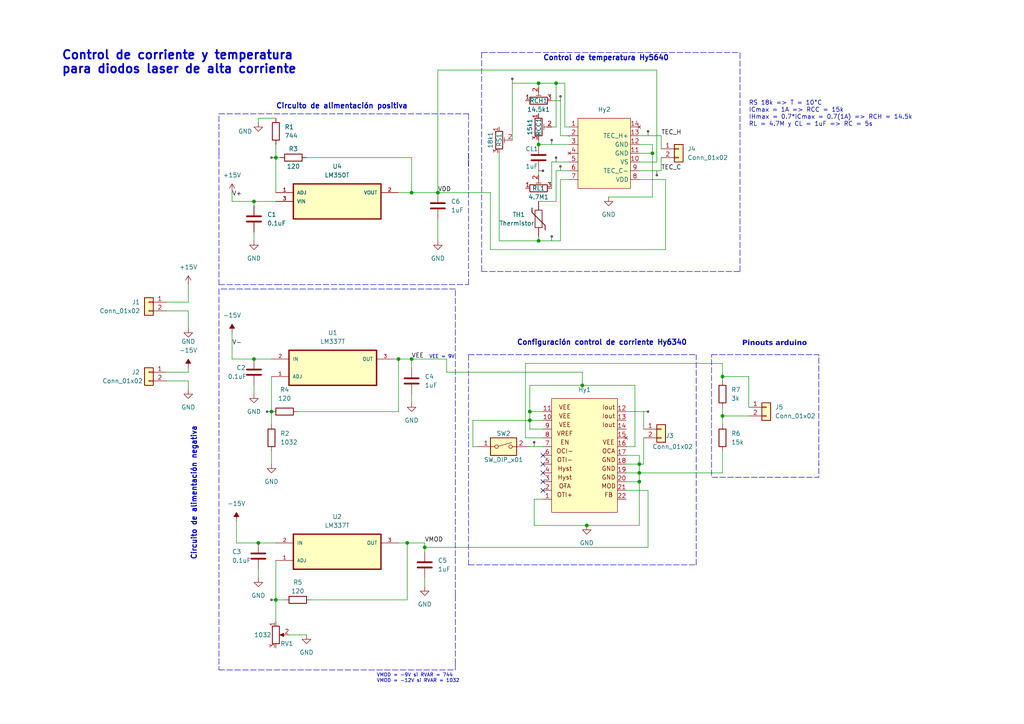
<source format=kicad_sch>
(kicad_sch (version 20230121) (generator eeschema)
  (paper "A4")
  (lib_symbols
    (symbol "Connector_Generic:Conn_01x02" (pin_names (offset 1.016) hide)
      (property "Reference" "J" (at 0 2.54 0))
      (property "Value" "Conn_01x02" (at 0 -5.08 0))
      (symbol "Conn_01x02_1_1"
        (rectangle (start -1.27 -2.413) (end 0 -2.667) (stroke (width 0.1524)))
        (rectangle (start -1.27 0.127) (end 0 -0.127) (stroke (width 0.1524)))
        (rectangle (start -1.27 1.27) (end 1.27 -3.81) (stroke (width 0.254)) (fill (type background)))
        (pin passive line (at -5.08 0 0) (length 3.81) (name "Pin_1") (number "1"))
        (pin passive line (at -5.08 -2.54 0) (length 3.81) (name "Pin_2") (number "2"))
      )
    )
    (symbol "Device:C" (pin_numbers hide) (pin_names (offset 0.254))
      (property "Reference" "C" (at 0.635 2.54 0))
      (property "Value" "C" (at 0.635 -2.54 0))
      (symbol "C_0_1"
        (polyline (pts (xy -2.032 -0.762) (xy 2.032 -0.762)) (stroke (width 0.508)))
        (polyline (pts (xy -2.032 0.762) (xy 2.032 0.762)) (stroke (width 0.508)))
      )
      (symbol "C_1_1"
        (pin passive line (at 0 3.81 270) (length 2.794) (name "~") (number "1"))
        (pin passive line (at 0 -3.81 90) (length 2.794) (name "~") (number "2"))
      )
    )
    (symbol "Device:R" (pin_numbers hide) (pin_names (offset 0))
      (property "Reference" "R" (at 2.032 0 90))
      (property "Value" "R" (at 0 0 90))
      (symbol "R_0_1"
        (rectangle (start -1.016 -2.54) (end 1.016 2.54) (stroke (width 0.254)))
      )
      (symbol "R_1_1"
        (pin passive line (at 0 3.81 270) (length 1.27) (name "~") (number "1"))
        (pin passive line (at 0 -3.81 90) (length 1.27) (name "~") (number "2"))
      )
    )
    (symbol "Device:R_Potentiometer" (pin_names (offset 1.016) hide)
      (property "Reference" "RV" (at -4.445 0 90))
      (property "Value" "R_Potentiometer" (at -2.54 0 90))
      (symbol "R_Potentiometer_0_1"
        (polyline (pts (xy 2.54 0) (xy 1.524 0)))
        (polyline (pts (xy 1.143 0) (xy 2.286 0.508) (xy 2.286 -0.508) (xy 1.143 0)) (fill (type outline)))
        (rectangle (start 1.016 2.54) (end -1.016 -2.54) (stroke (width 0.254)))
      )
      (symbol "R_Potentiometer_1_1"
        (pin passive line (at 0 3.81 270) (length 1.27) (name "1") (number "1"))
        (pin passive line (at 3.81 0 180) (length 1.27) (name "2") (number "2"))
        (pin passive line (at 0 -3.81 90) (length 1.27) (name "3") (number "3"))
      )
    )
    (symbol "Device:R_Potentiometer_Trim" (pin_names (offset 1.016) hide)
      (property "Reference" "RV" (at -4.445 0 90))
      (property "Value" "R_Potentiometer_Trim" (at -2.54 0 90))
      (symbol "R_Potentiometer_Trim_0_1"
        (polyline (pts (xy 1.524 0.762) (xy 1.524 -0.762)))
        (polyline (pts (xy 2.54 0) (xy 1.524 0)))
        (rectangle (start 1.016 2.54) (end -1.016 -2.54) (stroke (width 0.254)))
      )
      (symbol "R_Potentiometer_Trim_1_1"
        (pin passive line (at 0 3.81 270) (length 1.27) (name "1") (number "1"))
        (pin passive line (at 3.81 0 180) (length 1.27) (name "2") (number "2"))
        (pin passive line (at 0 -3.81 90) (length 1.27) (name "3") (number "3"))
      )
    )
    (symbol "Device:Thermistor" (pin_numbers hide) (pin_names (offset 0))
      (property "Reference" "TH" (at 2.54 1.27 90))
      (property "Value" "Thermistor" (at -2.54 0 90))
      (symbol "Thermistor_0_1"
        (rectangle (start -1.016 2.54) (end 1.016 -2.54) (stroke (width 0.2032)))
        (polyline (pts (xy -1.905 3.175) (xy -1.905 1.905) (xy 1.905 -1.905) (xy 1.905 -3.175) (xy 1.905 -3.175)) (stroke (width 0.254)))
      )
      (symbol "Thermistor_1_1"
        (pin passive line (at 0 5.08 270) (length 2.54) (name "~") (number "1"))
        (pin passive line (at 0 -5.08 90) (length 2.54) (name "~") (number "2"))
      )
    )
    (symbol "Hytek_Controllers:Hy5640"
      (property "Reference" "Hy5640" (at -2.54 10.16 0))
      (symbol "Hy5640_1_1"
        (rectangle (start -5.08 7.62) (end 10.16 -12.7) (fill (type background)))
        (pin input line (at -7.62 5.08 0) (length 2.54) (name "") (number "1"))
        (pin input line (at 12.7 -5.08 180) (length 2.54) (name "VS") (number "10"))
        (pin input line (at 12.7 -2.54 180) (length 2.54) (name "GND") (number "11"))
        (pin input line (at 12.7 0 180) (length 2.54) (name "GND") (number "12"))
        (pin bidirectional line (at 12.7 2.54 180) (length 2.54) (name "TEC_H+") (number "13"))
        (pin no_connect line (at 12.7 5.08 180) (length 2.54) (name "") (number "14"))
        (pin input line (at -7.62 2.54 0) (length 2.54) (name "") (number "2"))
        (pin input line (at -7.62 0 0) (length 2.54) (name "") (number "3"))
        (pin no_connect line (at -7.62 -2.54 0) (length 2.54) (name "") (number "4"))
        (pin input line (at -7.62 -5.08 0) (length 2.54) (name "") (number "5"))
        (pin input line (at -7.62 -7.62 0) (length 2.54) (name "") (number "6"))
        (pin input line (at -7.62 -10.16 0) (length 2.54) (name "") (number "7"))
        (pin input line (at 12.7 -10.16 180) (length 2.54) (name "VDD") (number "8"))
        (pin bidirectional line (at 12.7 -7.62 180) (length 2.54) (name "TEC_C-") (number "9"))
      )
    )
    (symbol "Hytek_Controllers:Hy6340" (pin_names (offset 50))
      (property "Reference" "Hy6340" (at 0 27.94 0))
      (symbol "Hy6340_1_1"
        (rectangle (start -3.81 25.4) (end 15.24 -7.62) (fill (type background)))
        (text "EN" (at 0 12.7 0) (effects (font (size 1.27 1.27))))
        (text "FB" (at 12.7 -2.54 0) (effects (font (size 1.27 1.27))))
        (text "GND" (at 12.7 2.54 0) (effects (font (size 1.27 1.27))))
        (text "GND" (at 12.7 5.08 0) (effects (font (size 1.27 1.27))))
        (text "GND" (at 12.7 7.62 0) (effects (font (size 1.27 1.27))))
        (text "Hyst" (at 0 2.54 0) (effects (font (size 1.27 1.27))))
        (text "Hyst" (at 0 5.08 0) (effects (font (size 1.27 1.27))))
        (text "Iout" (at 12.7 17.78 0) (effects (font (size 1.27 1.27))))
        (text "Iout" (at 12.7 20.32 0) (effects (font (size 1.27 1.27))))
        (text "Iout" (at 12.7 22.86 0) (effects (font (size 1.27 1.27))))
        (text "MOD" (at 12.7 0 0) (effects (font (size 1.27 1.27))))
        (text "OCA\n" (at 12.7 10.16 0) (effects (font (size 1.27 1.27))))
        (text "OCI-" (at 0 10.16 0) (effects (font (size 1.27 1.27))))
        (text "OTA" (at 0 0 0) (effects (font (size 1.27 1.27))))
        (text "OTI+" (at 0 -2.54 0) (effects (font (size 1.27 1.27))))
        (text "OTI-" (at 0 7.62 0) (effects (font (size 1.27 1.27))))
        (text "VEE" (at 0 17.78 0) (effects (font (size 1.27 1.27))))
        (text "VEE" (at 0 20.32 0) (effects (font (size 1.27 1.27))))
        (text "VEE" (at 0 22.86 0) (effects (font (size 1.27 1.27))))
        (text "VEE" (at 12.7 12.7 0) (effects (font (size 1.27 1.27))))
        (text "VREF" (at 0 15.24 0) (effects (font (size 1.27 1.27))))
        (pin input line (at -6.35 -3.81 0) (length 2.54) (name "") (number "1"))
        (pin input line (at -6.35 19.05 0) (length 2.54) (name "") (number "10"))
        (pin input line (at -6.35 21.59 0) (length 2.54) (name "") (number "11"))
        (pin output line (at 17.78 21.59 180) (length 2.54) (name "") (number "12"))
        (pin output line (at 17.78 19.05 180) (length 2.54) (name "") (number "13"))
        (pin output line (at 17.78 16.51 180) (length 2.54) (name "") (number "14"))
        (pin no_connect line (at 17.78 13.97 180) (length 2.54) (name "") (number "15"))
        (pin input line (at 17.78 11.43 180) (length 2.54) (name "") (number "16"))
        (pin output line (at 17.78 8.89 180) (length 2.54) (name "") (number "17"))
        (pin input line (at 17.78 6.35 180) (length 2.54) (name "") (number "18"))
        (pin input line (at 17.78 3.81 180) (length 2.54) (name "") (number "19"))
        (pin output line (at -6.35 -1.27 0) (length 2.54) (name "") (number "2"))
        (pin input line (at 17.78 1.27 180) (length 2.54) (name "") (number "20"))
        (pin input line (at 17.78 -1.27 180) (length 2.54) (name "") (number "21"))
        (pin input line (at 17.78 -3.81 180) (length 2.54) (name "") (number "22"))
        (pin input line (at -6.35 1.27 0) (length 2.54) (name "") (number "3"))
        (pin input line (at -6.35 3.81 0) (length 2.54) (name "") (number "4"))
        (pin input line (at -6.35 6.35 0) (length 2.54) (name "") (number "5"))
        (pin input line (at -6.35 8.89 0) (length 2.54) (name "") (number "6"))
        (pin input line (at -6.35 11.43 0) (length 2.54) (name "") (number "7"))
        (pin output line (at -6.35 13.97 0) (length 2.54) (name "") (number "8"))
        (pin input line (at -6.35 16.51 0) (length 2.54) (name "") (number "9"))
      )
    )
    (symbol "LM337T:LM337T" (pin_names (offset 1.016))
      (property "Reference" "U" (at -12.7 6.08 0))
      (property "Value" "LM337T" (at -12.7 -9.08 0))
      (symbol "LM337T_0_0"
        (rectangle (start -12.7 -5.08) (end 12.7 5.08) (stroke (width 0.41)) (fill (type background)))
        (pin bidirectional line (at -17.78 -2.54 0) (length 5.08) (name "ADJ") (number "1"))
        (pin input line (at -17.78 2.54 0) (length 5.08) (name "IN") (number "2"))
        (pin output line (at 17.78 2.54 180) (length 5.08) (name "OUT") (number "3"))
      )
    )
    (symbol "LM350T:LM350T" (pin_names (offset 1.016))
      (property "Reference" "U" (at -12.7 6.08 0))
      (property "Value" "LM350T" (at -12.7 -9.08 0))
      (symbol "LM350T_0_0"
        (rectangle (start -12.7 -5.08) (end 12.7 5.08) (stroke (width 0.41)) (fill (type background)))
        (pin input line (at -17.78 2.54 0) (length 5.08) (name "ADJ") (number "1"))
        (pin output line (at 17.78 2.54 180) (length 5.08) (name "VOUT") (number "2"))
        (pin input line (at -17.78 0 0) (length 5.08) (name "VIN") (number "3"))
      )
    )
    (symbol "Switch:SW_DIP_x01" (pin_names (offset 0) hide)
      (property "Reference" "SW" (at 0 3.81 0))
      (property "Value" "SW_DIP_x01" (at 0 -3.81 0))
      (symbol "SW_DIP_x01_0_0"
        (circle (center -2.032 0) (radius 0.508))
        (polyline (pts (xy -1.524 0.127) (xy 2.3622 1.1684)))
        (circle (center 2.032 0) (radius 0.508))
      )
      (symbol "SW_DIP_x01_0_1"
        (rectangle (start -3.81 2.54) (end 3.81 -2.54) (stroke (width 0.254)) (fill (type background)))
      )
      (symbol "SW_DIP_x01_1_1"
        (pin passive line (at -7.62 0 0) (length 5.08) (name "~") (number "1"))
        (pin passive line (at 7.62 0 180) (length 5.08) (name "~") (number "2"))
      )
    )
    (symbol "power:+15V" (power) (pin_names (offset 0))
      (property "Value" "+15V" (at 0 3.556 0))
      (symbol "+15V_0_1"
        (polyline (pts (xy -0.762 1.27) (xy 0 2.54)))
        (polyline (pts (xy 0 0) (xy 0 2.54)))
        (polyline (pts (xy 0 2.54) (xy 0.762 1.27)))
      )
      (symbol "+15V_1_1"
        (pin power_in line (at 0 0 90) (length 0) hide (name "+15V") (number "1"))
      )
    )
    (symbol "power:-15V" (power) (pin_names (offset 0))
      (property "Value" "-15V" (at 0 3.81 0))
      (symbol "-15V_0_0"
        (pin power_in line (at 0 0 90) (length 0) hide (name "-15V") (number "1"))
      )
      (symbol "-15V_0_1"
        (polyline (pts (xy 0 0) (xy 0 1.27) (xy 0.762 1.27) (xy 0 2.54) (xy -0.762 1.27) (xy 0 1.27)) (fill (type outline)))
      )
    )
    (symbol "power:GND" (power) (pin_names (offset 0))
      (property "Value" "GND" (at 0 -3.81 0))
      (symbol "GND_0_1"
        (polyline (pts (xy 0 0) (xy 0 -1.27) (xy 1.27 -1.27) (xy 0 -2.54) (xy -1.27 -1.27) (xy 0 -1.27)))
      )
      (symbol "GND_1_1"
        (pin power_in line (at 0 0 270) (length 0) hide (name "GND") (number "1"))
      )
    )
  )
  (junction (at 161.29 24.13))
  (junction (at 73.66 104.14))
  (junction (at 78.74 119.38))
  (junction (at 170.18 152.4))
  (junction (at 209.55 109.22))
  (junction (at 185.42 134.62))
  (junction (at 153.67 119.38))
  (junction (at 185.42 139.7))
  (junction (at 74.93 157.48))
  (junction (at 118.11 157.48))
  (junction (at 119.38 55.88))
  (junction (at 156.21 41.91))
  (junction (at 127 55.88))
  (junction (at 156.21 69.85))
  (junction (at 189.23 44.45))
  (junction (at 115.57 104.14))
  (junction (at 156.21 24.13))
  (junction (at 119.38 104.14))
  (junction (at 153.67 121.92))
  (junction (at 80.01 45.72))
  (junction (at 209.55 120.65))
  (junction (at 185.42 137.16))
  (junction (at 123.19 158.75))
  (junction (at 73.66 58.42))
  (junction (at 168.91 111.76))
  (junction (at 80.01 173.99))
  (no_connect (at 157.48 137.16))
  (no_connect (at 157.48 139.7))
  (no_connect (at 157.48 142.24))
  (no_connect (at 157.48 134.62))
  (no_connect (at 157.48 132.08))
  (wire (pts (xy 74.93 157.48) (xy 80.01 157.48)))
  (wire (pts (xy 186.69 127) (xy 186.69 134.62)))
  (wire (pts (xy 162.56 29.21) (xy 160.02 29.21)))
  (wire (pts (xy 162.56 69.85) (xy 156.21 69.85)))
  (wire (pts (xy 123.19 157.48) (xy 123.19 158.75)))
  (wire (pts (xy 142.24 55.88) (xy 142.24 72.39)))
  (wire (pts (xy 209.55 105.41) (xy 209.55 109.22)))
  (polyline (pts (xy 135.89 102.87) (xy 135.89 163.83)) (stroke (width 0) (type dash)))
  (wire (pts (xy 165.1 52.07) (xy 162.56 52.07)))
  (wire (pts (xy 88.9 45.72) (xy 119.38 45.72)))
  (wire (pts (xy 181.61 129.54) (xy 184.15 129.54)))
  (wire (pts (xy 187.96 142.24) (xy 181.61 142.24)))
  (wire (pts (xy 123.19 158.75) (xy 123.19 160.02)))
  (wire (pts (xy 189.23 44.45) (xy 189.23 41.91)))
  (wire (pts (xy 127 55.88) (xy 142.24 55.88)))
  (wire (pts (xy 73.66 111.76) (xy 73.66 114.3)))
  (wire (pts (xy 115.57 55.88) (xy 119.38 55.88)))
  (wire (pts (xy 165.1 39.37) (xy 162.56 39.37)))
  (wire (pts (xy 152.4 105.41) (xy 209.55 105.41)))
  (wire (pts (xy 153.67 121.92) (xy 157.48 121.92)))
  (wire (pts (xy 161.29 36.83) (xy 160.02 36.83)))
  (wire (pts (xy 144.78 69.85) (xy 156.21 69.85)))
  (wire (pts (xy 168.91 107.95) (xy 129.54 107.95)))
  (wire (pts (xy 127 63.5) (xy 127 69.85)))
  (wire (pts (xy 161.29 49.53) (xy 161.29 58.42)))
  (wire (pts (xy 156.21 24.13) (xy 156.21 25.4)))
  (wire (pts (xy 187.96 158.75) (xy 187.96 142.24)))
  (wire (pts (xy 153.67 124.46) (xy 153.67 121.92)))
  (wire (pts (xy 165.1 46.99) (xy 160.02 46.99)))
  (wire (pts (xy 54.61 110.49) (xy 54.61 113.03)))
  (wire (pts (xy 185.42 152.4) (xy 185.42 139.7)))
  (wire (pts (xy 152.4 127) (xy 152.4 105.41)))
  (polyline (pts (xy 63.5 33.02) (xy 135.89 33.02)) (stroke (width 0) (type dash)))
  (wire (pts (xy 156.21 69.85) (xy 156.21 68.58)))
  (wire (pts (xy 162.56 52.07) (xy 162.56 69.85)))
  (wire (pts (xy 209.55 120.65) (xy 209.55 123.19)))
  (wire (pts (xy 80.01 173.99) (xy 82.55 173.99)))
  (wire (pts (xy 127 20.32) (xy 127 55.88)))
  (wire (pts (xy 185.42 44.45) (xy 189.23 44.45)))
  (wire (pts (xy 156.21 49.53) (xy 156.21 50.8)))
  (wire (pts (xy 119.38 104.14) (xy 119.38 106.68)))
  (polyline (pts (xy 132.08 172.72) (xy 132.08 191.77)) (stroke (width 0) (type dash)))
  (wire (pts (xy 54.61 107.95) (xy 54.61 106.68)))
  (wire (pts (xy 209.55 137.16) (xy 185.42 137.16)))
  (polyline (pts (xy 214.63 78.74) (xy 214.63 15.24)) (stroke (width 0) (type dash)))
  (polyline (pts (xy 63.5 82.55) (xy 80.01 82.55)) (stroke (width 0) (type dash)))
  (wire (pts (xy 157.48 127) (xy 152.4 127)))
  (wire (pts (xy 54.61 87.63) (xy 54.61 82.55)))
  (wire (pts (xy 161.29 24.13) (xy 156.21 24.13)))
  (wire (pts (xy 157.48 144.78) (xy 154.94 144.78)))
  (wire (pts (xy 156.21 40.64) (xy 156.21 41.91)))
  (wire (pts (xy 153.67 121.92) (xy 153.67 119.38)))
  (wire (pts (xy 217.17 118.11) (xy 217.17 109.22)))
  (wire (pts (xy 193.04 72.39) (xy 193.04 52.07)))
  (wire (pts (xy 165.1 36.83) (xy 163.83 36.83)))
  (polyline (pts (xy 135.89 33.02) (xy 135.89 44.45)) (stroke (width 0) (type dash)))
  (polyline (pts (xy 132.08 83.82) (xy 63.5 83.82)) (stroke (width 0) (type dash)))
  (wire (pts (xy 185.42 39.37) (xy 191.77 39.37)))
  (wire (pts (xy 156.21 58.42) (xy 161.29 58.42)))
  (wire (pts (xy 162.56 39.37) (xy 162.56 29.21)))
  (wire (pts (xy 123.19 167.64) (xy 123.19 170.18)))
  (wire (pts (xy 78.74 130.81) (xy 78.74 134.62)))
  (wire (pts (xy 160.02 46.99) (xy 160.02 54.61)))
  (wire (pts (xy 73.66 58.42) (xy 80.01 58.42)))
  (polyline (pts (xy 139.7 15.24) (xy 146.05 15.24)) (stroke (width 0) (type dash)))
  (wire (pts (xy 119.38 55.88) (xy 127 55.88)))
  (wire (pts (xy 148.59 24.13) (xy 148.59 40.64)))
  (wire (pts (xy 80.01 41.91) (xy 80.01 45.72)))
  (wire (pts (xy 163.83 24.13) (xy 161.29 24.13)))
  (wire (pts (xy 209.55 109.22) (xy 209.55 110.49)))
  (wire (pts (xy 170.18 152.4) (xy 185.42 152.4)))
  (wire (pts (xy 168.91 111.76) (xy 153.67 111.76)))
  (wire (pts (xy 115.57 104.14) (xy 119.38 104.14)))
  (wire (pts (xy 67.31 55.88) (xy 67.31 58.42)))
  (wire (pts (xy 184.15 111.76) (xy 168.91 111.76)))
  (wire (pts (xy 48.26 110.49) (xy 54.61 110.49)))
  (wire (pts (xy 153.67 129.54) (xy 157.48 129.54)))
  (wire (pts (xy 48.26 90.17) (xy 54.61 90.17)))
  (wire (pts (xy 67.31 96.52) (xy 67.31 104.14)))
  (wire (pts (xy 181.61 137.16) (xy 185.42 137.16)))
  (wire (pts (xy 185.42 134.62) (xy 185.42 137.16)))
  (wire (pts (xy 168.91 107.95) (xy 168.91 111.76)))
  (wire (pts (xy 161.29 24.13) (xy 161.29 36.83)))
  (wire (pts (xy 48.26 107.95) (xy 54.61 107.95)))
  (wire (pts (xy 86.36 119.38) (xy 115.57 119.38)))
  (wire (pts (xy 193.04 52.07) (xy 185.42 52.07)))
  (wire (pts (xy 74.93 34.29) (xy 74.93 35.56)))
  (wire (pts (xy 189.23 57.15) (xy 189.23 44.45)))
  (wire (pts (xy 186.69 119.38) (xy 181.61 119.38)))
  (wire (pts (xy 154.94 144.78) (xy 154.94 152.4)))
  (wire (pts (xy 80.01 162.56) (xy 80.01 173.99)))
  (wire (pts (xy 73.66 104.14) (xy 78.74 104.14)))
  (wire (pts (xy 115.57 104.14) (xy 115.57 119.38)))
  (wire (pts (xy 190.5 46.99) (xy 185.42 46.99)))
  (wire (pts (xy 114.3 104.14) (xy 115.57 104.14)))
  (polyline (pts (xy 132.08 191.77) (xy 132.08 194.31)))
  (wire (pts (xy 181.61 132.08) (xy 185.42 132.08)))
  (wire (pts (xy 80.01 34.29) (xy 74.93 34.29)))
  (wire (pts (xy 123.19 158.75) (xy 187.96 158.75)))
  (polyline (pts (xy 80.01 82.55) (xy 135.89 82.55)) (stroke (width 0) (type dash)))
  (wire (pts (xy 68.58 157.48) (xy 74.93 157.48)))
  (wire (pts (xy 156.21 41.91) (xy 165.1 41.91)))
  (wire (pts (xy 191.77 39.37) (xy 191.77 43.18)))
  (wire (pts (xy 80.01 173.99) (xy 80.01 180.34)))
  (wire (pts (xy 153.67 111.76) (xy 153.67 119.38)))
  (wire (pts (xy 137.16 129.54) (xy 137.16 121.92)))
  (wire (pts (xy 119.38 114.3) (xy 119.38 116.84)))
  (wire (pts (xy 54.61 90.17) (xy 54.61 95.25)))
  (wire (pts (xy 185.42 49.53) (xy 191.77 49.53)))
  (polyline (pts (xy 63.5 104.14) (xy 63.5 194.31)) (stroke (width 0) (type dash)))
  (wire (pts (xy 115.57 157.48) (xy 118.11 157.48)))
  (wire (pts (xy 73.66 58.42) (xy 73.66 59.69)))
  (polyline (pts (xy 63.5 194.31) (xy 132.08 194.31)) (stroke (width 0) (type dash)))
  (wire (pts (xy 67.31 58.42) (xy 73.66 58.42)))
  (polyline (pts (xy 135.89 82.55) (xy 135.89 44.45)) (stroke (width 0) (type dash)))
  (wire (pts (xy 217.17 109.22) (xy 209.55 109.22)))
  (wire (pts (xy 118.11 157.48) (xy 123.19 157.48)))
  (wire (pts (xy 154.94 152.4) (xy 170.18 152.4)))
  (polyline (pts (xy 135.89 44.45) (xy 135.89 48.26)))
  (wire (pts (xy 209.55 130.81) (xy 209.55 137.16)))
  (polyline (pts (xy 135.89 163.83) (xy 201.93 163.83)) (stroke (width 0) (type dash)))
  (wire (pts (xy 163.83 36.83) (xy 163.83 24.13)))
  (wire (pts (xy 74.93 165.1) (xy 74.93 167.64)))
  (wire (pts (xy 156.21 24.13) (xy 148.59 24.13)))
  (wire (pts (xy 119.38 45.72) (xy 119.38 55.88)))
  (wire (pts (xy 190.5 20.32) (xy 190.5 46.99)))
  (wire (pts (xy 142.24 72.39) (xy 193.04 72.39)))
  (wire (pts (xy 78.74 119.38) (xy 78.74 123.19)))
  (wire (pts (xy 90.17 173.99) (xy 118.11 173.99)))
  (wire (pts (xy 138.43 129.54) (xy 137.16 129.54)))
  (wire (pts (xy 185.42 132.08) (xy 185.42 134.62)))
  (wire (pts (xy 209.55 120.65) (xy 217.17 120.65)))
  (wire (pts (xy 209.55 118.11) (xy 209.55 120.65)))
  (wire (pts (xy 184.15 129.54) (xy 184.15 111.76)))
  (wire (pts (xy 181.61 134.62) (xy 185.42 134.62)))
  (wire (pts (xy 186.69 134.62) (xy 185.42 134.62)))
  (wire (pts (xy 80.01 45.72) (xy 81.28 45.72)))
  (polyline (pts (xy 201.93 163.83) (xy 201.93 102.87)) (stroke (width 0) (type dash)))
  (wire (pts (xy 129.54 104.14) (xy 119.38 104.14)))
  (wire (pts (xy 185.42 139.7) (xy 185.42 137.16)))
  (wire (pts (xy 67.31 104.14) (xy 73.66 104.14)))
  (wire (pts (xy 68.58 151.13) (xy 68.58 157.48)))
  (wire (pts (xy 191.77 49.53) (xy 191.77 45.72)))
  (polyline (pts (xy 132.08 172.72) (xy 132.08 83.82)) (stroke (width 0) (type dash)))
  (wire (pts (xy 157.48 124.46) (xy 153.67 124.46)))
  (wire (pts (xy 144.78 44.45) (xy 144.78 69.85)))
  (wire (pts (xy 186.69 124.46) (xy 186.69 119.38)))
  (wire (pts (xy 127 20.32) (xy 190.5 20.32)))
  (polyline (pts (xy 139.7 15.24) (xy 139.7 78.74)) (stroke (width 0) (type dash)))
  (polyline (pts (xy 63.5 83.82) (xy 63.5 104.14)) (stroke (width 0) (type dash)))
  (wire (pts (xy 80.01 55.88) (xy 80.01 45.72)))
  (wire (pts (xy 153.67 119.38) (xy 157.48 119.38)))
  (polyline (pts (xy 139.7 78.74) (xy 214.63 78.74)) (stroke (width 0) (type dash)))
  (wire (pts (xy 165.1 49.53) (xy 161.29 49.53)))
  (wire (pts (xy 181.61 139.7) (xy 185.42 139.7)))
  (wire (pts (xy 129.54 107.95) (xy 129.54 104.14)))
  (wire (pts (xy 73.66 67.31) (xy 73.66 69.85)))
  (wire (pts (xy 118.11 173.99) (xy 118.11 157.48)))
  (polyline (pts (xy 135.89 102.87) (xy 201.93 102.87)) (stroke (width 0) (type dash)))
  (wire (pts (xy 189.23 41.91) (xy 185.42 41.91)))
  (polyline (pts (xy 63.5 44.45) (xy 63.5 82.55)) (stroke (width 0) (type dash)))
  (wire (pts (xy 78.74 109.22) (xy 78.74 119.38)))
  (wire (pts (xy 83.82 184.15) (xy 88.9 184.15)))
  (polyline (pts (xy 146.05 15.24) (xy 214.63 15.24)) (stroke (width 0) (type dash)))
  (wire (pts (xy 137.16 121.92) (xy 153.67 121.92)))
  (wire (pts (xy 176.53 57.15) (xy 189.23 57.15)))
  (polyline (pts (xy 63.5 44.45) (xy 63.5 33.02)) (stroke (width 0) (type dash)))
  (wire (pts (xy 48.26 87.63) (xy 54.61 87.63)))
  (rectangle (start 206.375 102.87) (end 237.49 138.43) (stroke (width 0) (type dash)))
  (text "VMOD = -9V si RVAR = 744\nVMOD = -12V si RVAR = 1032" (at 109.22 198.12 0) (effects (font (size 1 1)) (justify left bottom)))
  (text "Control de corriente y temperatura \npara diodos laser de alta corriente" (at 17.78 21.59 0) (effects (font (size 2.5 2.5) (thickness 0.5) bold) (justify left bottom)))
  (text "Circuito de alimentación positiva" (at 80.01 31.75 0) (effects (font (size 1.5 1.5) (thickness 0.3) bold) (justify left bottom)))
  (text "Circuito de alimentación negativa" (at 57.15 162.56 90) (effects (font (size 1.5 1.5) (thickness 0.3) bold) (justify left bottom)))
  (text "RS 18k => T = 10°C\nICmax = 1A => RCC = 15k\nIHmax = 0.7*ICmax = 0.7(1A) => RCH = 14.5k\nRL = 4.7M y CL = 1uF => RC = 5s" (at 217.17 36.83 0) (effects (font (size 1.27 1.27)) (justify left bottom)))
  (text "VEE = 9V\n" (at 124.46 104.14 0) (effects (font (size 1 1)) (justify left bottom)))
  (text "Control de temperatura Hy5640" (at 157.48 17.78 0) (effects (font (size 1.5 1.5) (thickness 0.3) bold) (justify left bottom)))
  (text "Pinouts arduino" (at 215.265 100.965 0) (effects (font (size 1.5 1.5) (thickness 0.254) bold) (justify left bottom)))
  (text "Configuración control de corriente Hy6340" (at 149.86 100.33 0) (effects (font (size 1.5 1.5) (thickness 0.3) bold) (justify left bottom)))
  (label "VDD" (at 127 55.88 0))
  (label "VEE" (at 119.38 104.14 0))
  (label "V+" (at 67.31 57.15 0))
  (label "TEC_C" (at 191.77 49.53 0))
  (label "VMOD" (at 123.19 157.48 0))
  (label "V-" (at 67.31 100.33 0))
  (label "TEC_H" (at 191.77 39.37 0))
  (netclass_flag "" (length 1.27) (shape dot) (at 78.74 119.38 90) (property "Netclass" "signal" (effects hide)))
  (netclass_flag "" (length 1.27) (shape dot) (at 156.21 49.53 270) (property "Netclass" "signal" (effects hide)))
  (netclass_flag "" (length 1.27) (shape dot) (at 154.94 129.54 0) (property "Netclass" "signal" (effects hide)))
  (netclass_flag "" (length 1.27) (shape dot) (at 160.02 41.91 0) (property "Netclass" "signal" (effects hide)))
  (netclass_flag "" (length 1.27) (shape dot) (at 80.01 45.72 90) (property "Netclass" "signal" (effects hide)))
  (netclass_flag "" (length 1.27) (shape dot) (at 161.29 46.99 0) (property "Netclass" "signal" (effects hide)))
  (netclass_flag "" (length 1.27) (shape dot) (at 187.96 39.37 0) (property "Netclass" "signal" (effects hide)))
  (netclass_flag "" (length 1.27) (shape dot) (at 186.69 119.38 270) (property "Netclass" "signal" (effects hide)))
  (netclass_flag "" (length 1.27) (shape dot) (at 80.01 173.99 90) (property "Netclass" "signal" (effects hide)))
  (netclass_flag "" (length 1.27) (shape dot) (at 162.56 49.53 0) (property "Netclass" "signal" (effects hide)))
  (netclass_flag "" (length 1.27) (shape dot) (at 160.02 69.85 0) (property "Netclass" "signal" (effects hide)))
  (netclass_flag "" (length 1.27) (shape dot) (at 190.5 49.53 180) (property "Netclass" "signal" (effects hide)))
  (netclass_flag "" (length 1.27) (shape dot) (at 162.56 29.21 0) (property "Netclass" "signal" (effects hide)))
  (netclass_flag "" (length 1.27) (shape dot) (at 148.59 24.13 0) (property "Netclass" "signal" (effects hide)))
  (symbol (lib_id "power:GND") (at 88.9 184.15 0) (unit 1)
    (property "Reference" "#PWR010" (effects hide))
    (property "Value" "GND" (at 88.9 189.23 0))
  )
  (symbol (lib_id "Device:Thermistor") (at 156.21 63.5 0) (unit 1)
    (property "Reference" "TH1" (at 148.59 62.23 0) (effects (justify left)))
    (property "Value" "Thermistor" (at 144.78 64.77 0) (effects (justify left)))
    (property "Footprint" "Resistor_SMD:R_0805_2012Metric_Pad1.20x1.40mm_HandSolder" (effects hide))
  )
  (symbol (lib_id "Device:C") (at 73.66 107.95 0) (unit 1)
    (property "Reference" "C2" (at 68.58 106.68 0) (effects (justify left)))
    (property "Value" "0.1uF" (at 66.04 109.22 0) (effects (justify left)))
    (property "Footprint" "Capacitor_THT:C_Axial_L3.8mm_D2.6mm_P7.50mm_Horizontal" (effects hide))
  )
  (symbol (lib_id "Device:R_Potentiometer_Trim") (at 156.21 36.83 0) (unit 1)
    (property "Reference" "RCC1" (at 156.21 36.83 90))
    (property "Value" "15k1" (at 153.67 36.83 90))
    (property "Footprint" "Potentiometer_THT:Potentiometer_Bourns_3296W_Vertical" (effects hide))
  )
  (symbol (lib_id "Device:C") (at 127 59.69 0) (unit 1)
    (property "Reference" "C6" (at 130.81 58.42 0) (effects (justify left)))
    (property "Value" "1uF" (at 130.81 60.96 0) (effects (justify left)))
    (property "Footprint" "Capacitor_THT:C_Axial_L3.8mm_D2.6mm_P7.50mm_Horizontal" (effects hide))
  )
  (symbol (lib_id "power:GND") (at 73.66 114.3 0) (unit 1)
    (property "Reference" "#PWR08" (effects hide))
    (property "Value" "GND" (at 73.66 119.38 0))
  )
  (symbol (lib_id "power:GND") (at 74.93 35.56 0) (unit 1)
    (property "Reference" "#PWR011" (effects hide))
    (property "Value" "GND" (at 71.12 38.1 0))
  )
  (symbol (lib_id "power:GND") (at 54.61 113.03 0) (unit 1)
    (property "Reference" "#PWR018" (effects hide))
    (property "Value" "GND" (at 54.61 118.11 0))
  )
  (symbol (lib_id "Device:R_Potentiometer_Trim") (at 156.21 54.61 90) (unit 1)
    (property "Reference" "RL1" (at 156.21 54.61 90))
    (property "Value" "4.7M1" (at 156.21 57.15 90))
    (property "Footprint" "Potentiometer_THT:Potentiometer_Bourns_3296W_Vertical" (effects hide))
  )
  (symbol (lib_id "Device:R_Potentiometer") (at 80.01 184.15 0) (unit 1)
    (property "Reference" "RV1" (at 85.09 186.69 0) (effects (justify right)))
    (property "Value" "1032" (at 78.74 184.15 0) (effects (justify right)))
    (property "Footprint" "Potentiometer_THT:Potentiometer_Bourns_3296W_Vertical" (effects hide))
  )
  (symbol (lib_id "Connector_Generic:Conn_01x02") (at 43.18 87.63 0) (mirror y) (unit 1)
    (property "Reference" "J1" (at 40.64 87.63 0) (effects (justify left)))
    (property "Value" "Conn_01x02" (at 40.64 90.17 0) (effects (justify left)))
    (property "Footprint" "Connector:JWT_A3963_1x02_P3.96mm_Vertical" (effects hide))
  )
  (symbol (lib_id "Device:C") (at 156.21 45.72 0) (unit 1)
    (property "Reference" "CL1" (at 152.4 43.18 0) (effects (justify left)))
    (property "Value" "1uF" (at 152.4 48.26 0) (effects (justify left)))
    (property "Footprint" "Capacitor_THT:C_Axial_L3.8mm_D2.6mm_P7.50mm_Horizontal" (effects hide))
  )
  (symbol (lib_id "power:+15V") (at 54.61 82.55 0) (unit 1)
    (property "Reference" "#PWR01" (effects hide))
    (property "Value" "+15V" (at 54.61 77.47 0))
  )
  (symbol (lib_id "Device:R_Potentiometer_Trim") (at 144.78 40.64 0) (unit 1)
    (property "Reference" "RS1" (at 144.78 40.64 90))
    (property "Value" "18k1" (at 142.24 40.64 90))
    (property "Footprint" "Potentiometer_THT:Potentiometer_Bourns_3296W_Vertical" (effects hide))
  )
  (symbol (lib_id "Hytek_Controllers:Hy5640") (at 172.72 41.91 0) (unit 1)
    (property "Reference" "Hy2" (at 175.26 31.75 0))
    (property "Value" "~" (at 165.1 39.37 0))
    (property "Footprint" "Hytek_Controllers:Hy5640" (effects hide))
  )
  (symbol (lib_id "power:GND") (at 73.66 69.85 0) (unit 1)
    (property "Reference" "#PWR07" (effects hide))
    (property "Value" "GND" (at 73.66 74.93 0))
  )
  (symbol (lib_id "Device:R") (at 80.01 38.1 0) (unit 1)
    (property "Reference" "R1" (at 82.55 36.83 0) (effects (justify left)))
    (property "Value" "744" (at 82.55 39.37 0) (effects (justify left)))
    (property "Footprint" "Resistor_THT:R_Axial_DIN0207_L6.3mm_D2.5mm_P15.24mm_Horizontal" (effects hide))
  )
  (symbol (lib_id "power:GND") (at 54.61 95.25 0) (unit 1)
    (property "Reference" "#PWR02" (effects hide))
    (property "Value" "GND" (at 54.61 99.06 0))
  )
  (symbol (lib_id "power:-15V") (at 67.31 96.52 0) (unit 1)
    (property "Reference" "#PWR05" (effects hide))
    (property "Value" "-15V" (at 67.31 91.44 0))
  )
  (symbol (lib_id "Device:C") (at 119.38 110.49 0) (unit 1)
    (property "Reference" "C4" (at 123.19 109.22 0) (effects (justify left)))
    (property "Value" "1uF" (at 123.19 111.76 0) (effects (justify left)))
    (property "Footprint" "Capacitor_THT:C_Axial_L3.8mm_D2.6mm_P7.50mm_Horizontal" (effects hide))
  )
  (symbol (lib_id "LM350T:LM350T") (at 97.79 58.42 0) (unit 1)
    (property "Reference" "U4" (at 97.79 48.26 0))
    (property "Value" "LM350T" (at 97.79 50.8 0))
    (property "Footprint" "TerminalBlock_MetzConnect:TerminalBlock_MetzConnect_Type094_RT03503HBLU_1x03_P5.00mm_Horizontal" (effects hide))
    (property "MF" "onsemi" (effects hide))
    (property "Description" "\nLinear Voltage Regulator IC Positive Adjustable 1 Output 3A TO-220-3\n" (effects hide))
    (property "Package" "None" (effects hide))
    (property "Price" "None" (effects hide))
    (property "SnapEDA_Link" "https://www.snapeda.com/parts/LM350T/Onsemi/view-part/?ref=snap" (effects hide))
    (property "MP" "LM350T" (effects hide))
    (property "Purchase-URL" "https://www.snapeda.com/api/url_track_click_mouser/?unipart_id=6592442&manufacturer=onsemi&part_name=LM350T&search_term=None" (effects hide))
    (property "Availability" "In Stock" (effects hide))
    (property "Check_prices" "https://www.snapeda.com/parts/LM350T/Onsemi/view-part/?ref=eda" (effects hide))
  )
  (symbol (lib_id "LM337T:LM337T") (at 96.52 106.68 0) (unit 1)
    (property "Reference" "U1" (at 96.52 96.52 0))
    (property "Value" "LM337T" (at 96.52 99.06 0))
    (property "Footprint" "TerminalBlock_Philmore:TerminalBlock_Philmore_TB133_1x03_P5.00mm_Horizontal" (effects hide))
    (property "MF" "onsemi" (effects hide))
    (property "Description" "\nLinear Voltage Regulator IC Negative Adjustable 1 Output 1.5A TO-220-3\n" (effects hide))
    (property "Package" "None" (effects hide))
    (property "Price" "None" (effects hide))
    (property "SnapEDA_Link" "https://www.snapeda.com/parts/LM337T/Onsemi/view-part/?ref=snap" (effects hide))
    (property "MP" "LM337T" (effects hide))
    (property "Purchase-URL" "https://www.snapeda.com/api/url_track_click_mouser/?unipart_id=6597085&manufacturer=onsemi&part_name=LM337T&search_term=lm337" (effects hide))
    (property "Availability" "In Stock" (effects hide))
    (property "Check_prices" "https://www.snapeda.com/parts/LM337T/Onsemi/view-part/?ref=eda" (effects hide))
  )
  (symbol (lib_id "Device:R") (at 85.09 45.72 90) (unit 1)
    (property "Reference" "R3" (at 85.09 43.18 90))
    (property "Value" "120" (at 85.09 48.26 90))
    (property "Footprint" "Resistor_THT:R_Axial_DIN0207_L6.3mm_D2.5mm_P15.24mm_Horizontal" (effects hide))
  )
  (symbol (lib_id "power:GND") (at 176.53 57.15 0) (unit 1)
    (property "Reference" "#PWR017" (effects hide))
    (property "Value" "GND" (at 176.53 62.23 0))
  )
  (symbol (lib_id "power:GND") (at 123.19 170.18 0) (unit 1)
    (property "Reference" "#PWR014" (effects hide))
    (property "Value" "GND" (at 123.19 175.26 0))
  )
  (symbol (lib_id "power:-15V") (at 54.61 106.68 0) (unit 1)
    (property "Reference" "#PWR03" (effects hide))
    (property "Value" "-15V" (at 54.61 101.6 0))
  )
  (symbol (lib_id "Device:R") (at 86.36 173.99 90) (unit 1)
    (property "Reference" "R5" (at 86.36 168.91 90))
    (property "Value" "120" (at 86.36 171.45 90))
    (property "Footprint" "Resistor_THT:R_Axial_DIN0207_L6.3mm_D2.5mm_P15.24mm_Horizontal" (effects hide))
  )
  (symbol (lib_id "Switch:SW_DIP_x01") (at 146.05 129.54 0) (unit 1)
    (property "Reference" "SW2" (at 146.05 125.73 0))
    (property "Value" "SW_DIP_x01" (at 146.05 133.35 0))
    (property "Footprint" "Button_Switch_THT:SW_DIP_SPSTx01_Slide_6.7x4.1mm_W7.62mm_P2.54mm_LowProfile" (effects hide))
  )
  (symbol (lib_id "power:GND") (at 78.74 134.62 0) (unit 1)
    (property "Reference" "#PWR012" (effects hide))
    (property "Value" "GND" (at 78.74 139.7 0))
  )
  (symbol (lib_id "Connector_Generic:Conn_01x02") (at 43.18 107.95 0) (mirror y) (unit 1)
    (property "Reference" "J2" (at 39.37 107.95 0))
    (property "Value" "Conn_01x02" (at 35.56 110.49 0))
    (property "Footprint" "Connector:JWT_A3963_1x02_P3.96mm_Vertical" (effects hide))
  )
  (symbol (lib_id "Device:C") (at 73.66 63.5 0) (unit 1)
    (property "Reference" "C1" (at 77.47 62.23 0) (effects (justify left)))
    (property "Value" "0.1uF" (at 77.47 64.77 0) (effects (justify left)))
    (property "Footprint" "Capacitor_THT:C_Axial_L3.8mm_D2.6mm_P7.50mm_Horizontal" (effects hide))
  )
  (symbol (lib_id "Device:R") (at 78.74 127 0) (unit 1)
    (property "Reference" "R2" (at 81.28 125.73 0) (effects (justify left)))
    (property "Value" "1032" (at 81.28 128.27 0) (effects (justify left)))
    (property "Footprint" "Resistor_THT:R_Axial_DIN0207_L6.3mm_D2.5mm_P15.24mm_Horizontal" (effects hide))
  )
  (symbol (lib_id "power:-15V") (at 68.58 151.13 0) (unit 1)
    (property "Reference" "#PWR06" (effects hide))
    (property "Value" "-15V" (at 68.58 146.05 0))
  )
  (symbol (lib_id "Device:R") (at 82.55 119.38 90) (unit 1)
    (property "Reference" "R4" (at 82.55 113.03 90))
    (property "Value" "120" (at 82.55 115.57 90))
    (property "Footprint" "Resistor_THT:R_Axial_DIN0207_L6.3mm_D2.5mm_P15.24mm_Horizontal" (effects hide))
  )
  (symbol (lib_id "Connector_Generic:Conn_01x02") (at 222.25 118.11 0) (unit 1)
    (property "Reference" "J5" (at 224.79 118.11 0) (effects (justify left)))
    (property "Value" "Conn_01x02" (at 224.79 120.65 0) (effects (justify left)))
    (property "Footprint" "Connector:JWT_A3963_1x02_P3.96mm_Vertical" (effects hide))
  )
  (symbol (lib_id "Device:C") (at 74.93 161.29 0) (unit 1)
    (property "Reference" "C3" (at 67.31 160.02 0) (effects (justify left)))
    (property "Value" "0.1uF" (at 67.31 162.56 0) (effects (justify left)))
    (property "Footprint" "Capacitor_THT:C_Axial_L3.8mm_D2.6mm_P7.50mm_Horizontal" (effects hide))
  )
  (symbol (lib_id "Connector_Generic:Conn_01x02") (at 196.85 43.18 0) (unit 1)
    (property "Reference" "J4" (at 199.39 43.18 0) (effects (justify left)))
    (property "Value" "Conn_01x02" (at 199.39 45.72 0) (effects (justify left)))
    (property "Footprint" "Connector:JWT_A3963_1x02_P3.96mm_Vertical" (effects hide))
  )
  (symbol (lib_id "LM337T:LM337T") (at 97.79 160.02 0) (unit 1)
    (property "Reference" "U2" (at 97.79 149.86 0))
    (property "Value" "LM337T" (at 97.79 152.4 0))
    (property "Footprint" "TerminalBlock_Philmore:TerminalBlock_Philmore_TB133_1x03_P5.00mm_Horizontal" (effects hide))
    (property "MF" "onsemi" (effects hide))
    (property "Description" "\nLinear Voltage Regulator IC Negative Adjustable 1 Output 1.5A TO-220-3\n" (effects hide))
    (property "Package" "None" (effects hide))
    (property "Price" "None" (effects hide))
    (property "SnapEDA_Link" "https://www.snapeda.com/parts/LM337T/Onsemi/view-part/?ref=snap" (effects hide))
    (property "MP" "LM337T" (effects hide))
    (property "Purchase-URL" "https://www.snapeda.com/api/url_track_click_mouser/?unipart_id=6597085&manufacturer=onsemi&part_name=LM337T&search_term=lm337" (effects hide))
    (property "Availability" "In Stock" (effects hide))
    (property "Check_prices" "https://www.snapeda.com/parts/LM337T/Onsemi/view-part/?ref=eda" (effects hide))
  )
  (symbol (lib_id "Device:C") (at 123.19 163.83 0) (unit 1)
    (property "Reference" "C5" (at 127 162.56 0) (effects (justify left)))
    (property "Value" "1uF" (at 127 165.1 0) (effects (justify left)))
    (property "Footprint" "Capacitor_THT:C_Axial_L3.8mm_D2.6mm_P7.50mm_Horizontal" (effects hide))
  )
  (symbol (lib_id "Device:R_Potentiometer_Trim") (at 156.21 29.21 90) (unit 1)
    (property "Reference" "RCH1" (at 156.21 29.21 90))
    (property "Value" "14.5k1" (at 156.21 31.75 90))
    (property "Footprint" "Potentiometer_THT:Potentiometer_Bourns_3296W_Vertical" (effects hide))
  )
  (symbol (lib_id "power:GND") (at 170.18 152.4 0) (unit 1)
    (property "Reference" "#PWR016" (effects hide))
    (property "Value" "GND" (at 170.18 157.48 0))
  )
  (symbol (lib_id "power:GND") (at 74.93 167.64 0) (unit 1)
    (property "Reference" "#PWR09" (effects hide))
    (property "Value" "GND" (at 74.93 172.72 0))
  )
  (symbol (lib_id "Connector_Generic:Conn_01x02") (at 191.77 124.46 0) (unit 1)
    (property "Reference" "J3" (at 193.04 126.365 0) (effects (justify left)))
    (property "Value" "Conn_01x02" (at 189.23 129.54 0) (effects (justify left)))
    (property "Footprint" "Connector:JWT_A3963_1x02_P3.96mm_Vertical" (effects hide))
  )
  (symbol (lib_id "power:GND") (at 127 69.85 0) (unit 1)
    (property "Reference" "#PWR015" (effects hide))
    (property "Value" "GND" (at 127 74.93 0))
  )
  (symbol (lib_id "power:GND") (at 119.38 116.84 0) (unit 1)
    (property "Reference" "#PWR013" (effects hide))
    (property "Value" "GND" (at 119.38 121.92 0))
  )
  (symbol (lib_id "Hytek_Controllers:Hy6340") (at 163.83 140.97 0) (unit 1)
    (property "Reference" "Hy1" (at 169.545 113.03 0))
    (property "Value" "~" (at 163.83 140.97 0))
    (property "Footprint" "Hytek_Controllers:Hy6340" (effects hide))
  )
  (symbol (lib_id "Device:R") (at 209.55 127 0) (unit 1)
    (property "Reference" "R6" (at 212.09 125.73 0) (effects (justify left)))
    (property "Value" "15k" (at 212.09 128.27 0) (effects (justify left)))
    (property "Footprint" "Resistor_THT:R_Axial_DIN0207_L6.3mm_D2.5mm_P15.24mm_Horizontal" (effects hide))
  )
  (symbol (lib_id "power:+15V") (at 67.31 55.88 0) (unit 1)
    (property "Reference" "#PWR04" (effects hide))
    (property "Value" "+15V" (at 67.31 50.8 0))
  )
  (symbol (lib_id "Device:R") (at 209.55 114.3 0) (unit 1)
    (property "Reference" "R7" (at 212.09 113.03 0) (effects (justify left)))
    (property "Value" "3k" (at 212.09 115.57 0) (effects (justify left)))
    (property "Footprint" "Resistor_THT:R_Axial_DIN0207_L6.3mm_D2.5mm_P15.24mm_Horizontal" (effects hide))
  )
)
</source>
